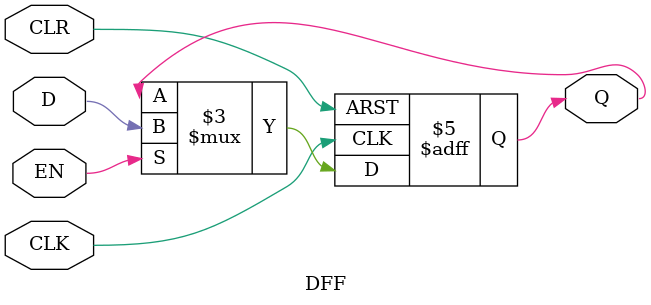
<source format=v>
`timescale 1ns / 1ps
module DFF( input wire CLK, CLR, EN, D, 
            output reg Q );

  always@(posedge CLK, posedge CLR) begin
    if(CLR) Q = 0;
    else if(EN) Q = D;
  end

endmodule

</source>
